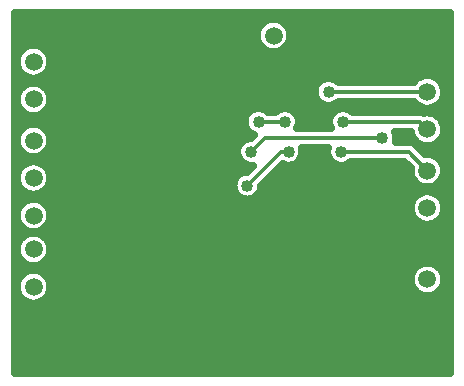
<source format=gbl>
G04 DipTrace 3.0.0.2*
G04 RGBI-AnalogRGB.GBL*
%MOMM*%
G04 #@! TF.FileFunction,Copper,L2,Bot*
G04 #@! TF.Part,Single*
G04 #@! TA.AperFunction,Conductor*
%ADD13C,0.33*%
G04 #@! TA.AperFunction,CopperBalancing*
%ADD14C,0.635*%
G04 #@! TA.AperFunction,ComponentPad*
%ADD16C,1.5*%
G04 #@! TA.AperFunction,ViaPad*
%ADD19C,1.016*%
%FSLAX35Y35*%
G04*
G71*
G90*
G75*
G01*
G04 Bottom*
%LPD*%
X2645313Y3801207D2*
D13*
Y2296063D1*
X2636917Y2287667D1*
X2524760Y2175510D1*
X2636917Y2287667D2*
X3843417D1*
X3858260Y2302510D1*
X3413760Y3255010D2*
X3191510D1*
X4238760Y3115560D2*
X3242560D1*
X3128010Y3001010D1*
X3445510D2*
X3382010D1*
X3096260Y2715260D1*
X3785147Y3509010D2*
X4620260D1*
X3906623Y3255010D2*
X4556760D1*
X4620260Y3191510D1*
X3891663Y3001010D2*
X4461510D1*
X4620260Y2842260D1*
D19*
X2645313Y3801207D3*
X2524760Y2175510D3*
X3858260Y2302510D3*
X3413760Y3255010D3*
X3191510D3*
X4238760Y3115560D3*
X3128010Y3001010D3*
X3445510D3*
X3096260Y2715260D3*
X3785147Y3509010D3*
X3906623Y3255010D3*
X3891663Y3001010D3*
X1134110Y4112593D2*
D14*
X3248597D1*
X3388423D2*
X4804410D1*
X1134110Y4049427D2*
X3185097D1*
X3451923D2*
X4804410D1*
X1134110Y3986260D2*
X3169843D1*
X3467177D2*
X4804410D1*
X1134110Y3923093D2*
X3184107D1*
X3452913D2*
X4804410D1*
X1134110Y3859927D2*
X1175917D1*
X1397103D2*
X3244753D1*
X3392267D2*
X4804410D1*
X1431083Y3796760D2*
X4804410D1*
X1432077Y3733593D2*
X4804410D1*
X1134110Y3670427D2*
X1172073D1*
X1400947D2*
X4804410D1*
X1134110Y3607260D2*
X3713190D1*
X3857107D2*
X4510910D1*
X4729610D2*
X4804410D1*
X1134110Y3544093D2*
X1177530D1*
X1395490D2*
X3666060D1*
X4764587D2*
X4804410D1*
X1430713Y3480927D2*
X3664077D1*
X4766073D2*
X4804410D1*
X1432450Y3417760D2*
X3703763D1*
X3866533D2*
X4504707D1*
X4735813D2*
X4804410D1*
X1134110Y3354593D2*
X1170710D1*
X1402310D2*
X3121597D1*
X3261423D2*
X3343847D1*
X3483673D2*
X3836717D1*
X3976540D2*
X4804410D1*
X1134110Y3291427D2*
X3072857D1*
X3532413D2*
X3787977D1*
X4728000D2*
X4804410D1*
X1134110Y3228260D2*
X1227017D1*
X1346003D2*
X3070127D1*
X3535143D2*
X3785247D1*
X4764090D2*
X4804410D1*
X1417440Y3165093D2*
X3108577D1*
X4352333D2*
X4474073D1*
X4766447D2*
X4804410D1*
X1435053Y3101927D2*
X3060330D1*
X4362377D2*
X4503343D1*
X4737177D2*
X4804410D1*
X1423023Y3038760D2*
X3009730D1*
X4548537D2*
X4804410D1*
X1134110Y2975593D2*
X1204693D1*
X1368327D2*
X3006257D1*
X3567263D2*
X3769993D1*
X4676407D2*
X4804410D1*
X1134110Y2912427D2*
X1231357D1*
X1341663D2*
X3043587D1*
X3529933D2*
X3807200D1*
X3976170D2*
X4425210D1*
X4750447D2*
X4804410D1*
X1416450Y2849260D2*
X3105473D1*
X3355060D2*
X4471717D1*
X4768803D2*
X4804410D1*
X1434930Y2786093D2*
X2995343D1*
X3291933D2*
X4483127D1*
X4757393D2*
X4804410D1*
X1423767Y2722927D2*
X2972027D1*
X3228803D2*
X4536333D1*
X4704187D2*
X4804410D1*
X1134110Y2659760D2*
X1202087D1*
X1370933D2*
X2985667D1*
X3206853D2*
X4568827D1*
X4671693D2*
X4804410D1*
X1134110Y2596593D2*
X1236193D1*
X1336827D2*
X4491063D1*
X4749457D2*
X4804410D1*
X1415457Y2533427D2*
X4471840D1*
X4768680D2*
X4804410D1*
X1434930Y2470260D2*
X4482507D1*
X4758013D2*
X4804410D1*
X1424510Y2407093D2*
X4533853D1*
X4706667D2*
X4804410D1*
X1134110Y2343927D2*
X1199607D1*
X1373413D2*
X4804410D1*
X1134110Y2280760D2*
X1184353D1*
X1388667D2*
X4804410D1*
X1428853Y2217593D2*
X4804410D1*
X1433563Y2154427D2*
X4804410D1*
X1407520Y2091260D2*
X4804410D1*
X1134110Y2028093D2*
X4519590D1*
X4720930D2*
X4804410D1*
X1134110Y1964927D2*
X1186213D1*
X1386807D2*
X4478413D1*
X4762107D2*
X4804410D1*
X1428230Y1901760D2*
X4472957D1*
X4767563D2*
X4804410D1*
X1433813Y1838593D2*
X4498257D1*
X4742263D2*
X4804410D1*
X1408760Y1775427D2*
X4804410D1*
X1134110Y1712260D2*
X4804410D1*
X1134110Y1649093D2*
X4804410D1*
X1134110Y1585927D2*
X4804410D1*
X1134110Y1522760D2*
X4804410D1*
X1134110Y1459593D2*
X4804410D1*
X1134110Y1396427D2*
X4804410D1*
X1134110Y1333260D2*
X4804410D1*
X1134110Y1270093D2*
X4804410D1*
X1134110Y1206927D2*
X4804410D1*
X1134110Y1143760D2*
X4804410D1*
X1428380Y3751843D2*
X1424887Y3729790D1*
X1417987Y3708550D1*
X1407850Y3688653D1*
X1394723Y3670587D1*
X1378933Y3654797D1*
X1360867Y3641670D1*
X1340970Y3631533D1*
X1319730Y3624633D1*
X1297677Y3621140D1*
X1275343D1*
X1253290Y3624633D1*
X1232050Y3631533D1*
X1212153Y3641670D1*
X1194087Y3654797D1*
X1178297Y3670587D1*
X1165170Y3688653D1*
X1155033Y3708550D1*
X1148133Y3729790D1*
X1144640Y3751843D1*
Y3774177D1*
X1148133Y3796230D1*
X1155033Y3817470D1*
X1165170Y3837367D1*
X1178297Y3855433D1*
X1194087Y3871223D1*
X1212153Y3884350D1*
X1232050Y3894487D1*
X1253290Y3901387D1*
X1275343Y3904880D1*
X1297677D1*
X1319730Y3901387D1*
X1340970Y3894487D1*
X1360867Y3884350D1*
X1378933Y3871223D1*
X1394723Y3855433D1*
X1407850Y3837367D1*
X1417987Y3817470D1*
X1424887Y3796230D1*
X1428380Y3774177D1*
Y3751843D1*
Y3434343D2*
X1424887Y3412290D1*
X1417987Y3391050D1*
X1407850Y3371153D1*
X1394723Y3353087D1*
X1378933Y3337297D1*
X1360867Y3324170D1*
X1340970Y3314033D1*
X1319730Y3307133D1*
X1297677Y3303640D1*
X1275343D1*
X1253290Y3307133D1*
X1232050Y3314033D1*
X1212153Y3324170D1*
X1194087Y3337297D1*
X1178297Y3353087D1*
X1165170Y3371153D1*
X1155033Y3391050D1*
X1148133Y3412290D1*
X1144640Y3434343D1*
Y3456677D1*
X1148133Y3478730D1*
X1155033Y3499970D1*
X1165170Y3519867D1*
X1178297Y3537933D1*
X1194087Y3553723D1*
X1212153Y3566850D1*
X1232050Y3576987D1*
X1253290Y3583887D1*
X1275343Y3587380D1*
X1297677D1*
X1319730Y3583887D1*
X1340970Y3576987D1*
X1360867Y3566850D1*
X1378933Y3553723D1*
X1394723Y3537933D1*
X1407850Y3519867D1*
X1417987Y3499970D1*
X1424887Y3478730D1*
X1428380Y3456677D1*
Y3434343D1*
Y3085093D2*
X1424887Y3063040D1*
X1417987Y3041800D1*
X1407850Y3021903D1*
X1394723Y3003837D1*
X1378933Y2988047D1*
X1360867Y2974920D1*
X1340970Y2964783D1*
X1319730Y2957883D1*
X1297677Y2954390D1*
X1275343D1*
X1253290Y2957883D1*
X1232050Y2964783D1*
X1212153Y2974920D1*
X1194087Y2988047D1*
X1178297Y3003837D1*
X1165170Y3021903D1*
X1155033Y3041800D1*
X1148133Y3063040D1*
X1144640Y3085093D1*
Y3107427D1*
X1148133Y3129480D1*
X1155033Y3150720D1*
X1165170Y3170617D1*
X1178297Y3188683D1*
X1194087Y3204473D1*
X1212153Y3217600D1*
X1232050Y3227737D1*
X1253290Y3234637D1*
X1275343Y3238130D1*
X1297677D1*
X1319730Y3234637D1*
X1340970Y3227737D1*
X1360867Y3217600D1*
X1378933Y3204473D1*
X1394723Y3188683D1*
X1407850Y3170617D1*
X1417987Y3150720D1*
X1424887Y3129480D1*
X1428380Y3107427D1*
Y3085093D1*
Y2767593D2*
X1424887Y2745540D1*
X1417987Y2724300D1*
X1407850Y2704403D1*
X1394723Y2686337D1*
X1378933Y2670547D1*
X1360867Y2657420D1*
X1340970Y2647283D1*
X1319730Y2640383D1*
X1297677Y2636890D1*
X1275343D1*
X1253290Y2640383D1*
X1232050Y2647283D1*
X1212153Y2657420D1*
X1194087Y2670547D1*
X1178297Y2686337D1*
X1165170Y2704403D1*
X1155033Y2724300D1*
X1148133Y2745540D1*
X1144640Y2767593D1*
Y2789927D1*
X1148133Y2811980D1*
X1155033Y2833220D1*
X1165170Y2853117D1*
X1178297Y2871183D1*
X1194087Y2886973D1*
X1212153Y2900100D1*
X1232050Y2910237D1*
X1253290Y2917137D1*
X1275343Y2920630D1*
X1297677D1*
X1319730Y2917137D1*
X1340970Y2910237D1*
X1360867Y2900100D1*
X1378933Y2886973D1*
X1394723Y2871183D1*
X1407850Y2853117D1*
X1417987Y2833220D1*
X1424887Y2811980D1*
X1428380Y2789927D1*
Y2767593D1*
Y2450093D2*
X1424887Y2428040D1*
X1417987Y2406800D1*
X1407850Y2386903D1*
X1394723Y2368837D1*
X1378933Y2353047D1*
X1360867Y2339920D1*
X1340970Y2329783D1*
X1319730Y2322883D1*
X1297677Y2319390D1*
X1275343D1*
X1253290Y2322883D1*
X1232050Y2329783D1*
X1212153Y2339920D1*
X1194087Y2353047D1*
X1178297Y2368837D1*
X1165170Y2386903D1*
X1155033Y2406800D1*
X1148133Y2428040D1*
X1144640Y2450093D1*
Y2472427D1*
X1148133Y2494480D1*
X1155033Y2515720D1*
X1165170Y2535617D1*
X1178297Y2553683D1*
X1194087Y2569473D1*
X1212153Y2582600D1*
X1232050Y2592737D1*
X1253290Y2599637D1*
X1275343Y2603130D1*
X1297677D1*
X1319730Y2599637D1*
X1340970Y2592737D1*
X1360867Y2582600D1*
X1378933Y2569473D1*
X1394723Y2553683D1*
X1407850Y2535617D1*
X1417987Y2515720D1*
X1424887Y2494480D1*
X1428380Y2472427D1*
Y2450093D1*
Y2164343D2*
X1424887Y2142290D1*
X1417987Y2121050D1*
X1407850Y2101153D1*
X1394723Y2083087D1*
X1378933Y2067297D1*
X1360867Y2054170D1*
X1340970Y2044033D1*
X1319730Y2037133D1*
X1297677Y2033640D1*
X1275343D1*
X1253290Y2037133D1*
X1232050Y2044033D1*
X1212153Y2054170D1*
X1194087Y2067297D1*
X1178297Y2083087D1*
X1165170Y2101153D1*
X1155033Y2121050D1*
X1148133Y2142290D1*
X1144640Y2164343D1*
Y2186677D1*
X1148133Y2208730D1*
X1155033Y2229970D1*
X1165170Y2249867D1*
X1178297Y2267933D1*
X1194087Y2283723D1*
X1212153Y2296850D1*
X1232050Y2306987D1*
X1253290Y2313887D1*
X1275343Y2317380D1*
X1297677D1*
X1319730Y2313887D1*
X1340970Y2306987D1*
X1360867Y2296850D1*
X1378933Y2283723D1*
X1394723Y2267933D1*
X1407850Y2249867D1*
X1417987Y2229970D1*
X1424887Y2208730D1*
X1428380Y2186677D1*
Y2164343D1*
Y1846843D2*
X1424887Y1824790D1*
X1417987Y1803550D1*
X1407850Y1783653D1*
X1394723Y1765587D1*
X1378933Y1749797D1*
X1360867Y1736670D1*
X1340970Y1726533D1*
X1319730Y1719633D1*
X1297677Y1716140D1*
X1275343D1*
X1253290Y1719633D1*
X1232050Y1726533D1*
X1212153Y1736670D1*
X1194087Y1749797D1*
X1178297Y1765587D1*
X1165170Y1783653D1*
X1155033Y1803550D1*
X1148133Y1824790D1*
X1144640Y1846843D1*
Y1869177D1*
X1148133Y1891230D1*
X1155033Y1912470D1*
X1165170Y1932367D1*
X1178297Y1950433D1*
X1194087Y1966223D1*
X1212153Y1979350D1*
X1232050Y1989487D1*
X1253290Y1996387D1*
X1275343Y1999880D1*
X1297677D1*
X1319730Y1996387D1*
X1340970Y1989487D1*
X1360867Y1979350D1*
X1378933Y1966223D1*
X1394723Y1950433D1*
X1407850Y1932367D1*
X1417987Y1912470D1*
X1424887Y1891230D1*
X1428380Y1869177D1*
Y1846843D1*
X4762130Y3497843D2*
X4758637Y3475790D1*
X4751737Y3454550D1*
X4741600Y3434653D1*
X4728473Y3416587D1*
X4712683Y3400797D1*
X4694617Y3387670D1*
X4674720Y3377533D1*
X4653480Y3370633D1*
X4631427Y3367140D1*
X4609093D1*
X4587040Y3370633D1*
X4565800Y3377533D1*
X4545903Y3387670D1*
X4527837Y3400797D1*
X4512047Y3416587D1*
X4505210Y3425260D1*
X3868307Y3425200D1*
X3854570Y3413457D1*
X3838767Y3403773D1*
X3821643Y3396680D1*
X3803623Y3392353D1*
X3785147Y3390900D1*
X3766670Y3392353D1*
X3748650Y3396680D1*
X3731527Y3403773D1*
X3715723Y3413457D1*
X3701630Y3425493D1*
X3689593Y3439587D1*
X3679910Y3455390D1*
X3672817Y3472513D1*
X3668490Y3490533D1*
X3667037Y3509010D1*
X3668490Y3527487D1*
X3672817Y3545507D1*
X3679910Y3562630D1*
X3689593Y3578433D1*
X3701630Y3592527D1*
X3715723Y3604563D1*
X3731527Y3614247D1*
X3748650Y3621340D1*
X3766670Y3625667D1*
X3785147Y3627120D1*
X3803623Y3625667D1*
X3821643Y3621340D1*
X3838767Y3614247D1*
X3854570Y3604563D1*
X3868370Y3592797D1*
X4505350Y3592820D1*
X4519630Y3609640D1*
X4536613Y3624140D1*
X4555653Y3635810D1*
X4576283Y3644353D1*
X4597997Y3649567D1*
X4620260Y3651320D1*
X4642523Y3649567D1*
X4664237Y3644353D1*
X4684867Y3635810D1*
X4703907Y3624140D1*
X4720890Y3609640D1*
X4735390Y3592657D1*
X4747060Y3573617D1*
X4755603Y3552987D1*
X4760817Y3531273D1*
X4762570Y3509010D1*
X4762130Y3497843D1*
Y3180343D2*
X4758637Y3158290D1*
X4751737Y3137050D1*
X4741600Y3117153D1*
X4728473Y3099087D1*
X4712683Y3083297D1*
X4694617Y3070170D1*
X4674720Y3060033D1*
X4653480Y3053133D1*
X4631427Y3049640D1*
X4609093D1*
X4587040Y3053133D1*
X4565800Y3060033D1*
X4545903Y3070170D1*
X4527837Y3083297D1*
X4512047Y3099087D1*
X4498920Y3117153D1*
X4488783Y3137050D1*
X4481883Y3158290D1*
X4479470Y3171200D1*
X4342820D1*
X4351090Y3152057D1*
X4355417Y3134037D1*
X4356870Y3115560D1*
X4355417Y3097083D1*
X4352713Y3084813D1*
X4468087Y3084563D1*
X4487410Y3080717D1*
X4505300Y3072470D1*
X4520773Y3060273D1*
X4521350Y3059650D1*
X4598210Y2982837D1*
X4620260Y2984570D1*
X4642523Y2982817D1*
X4664237Y2977603D1*
X4684867Y2969060D1*
X4703907Y2957390D1*
X4720890Y2942890D1*
X4735390Y2925907D1*
X4747060Y2906867D1*
X4755603Y2886237D1*
X4760817Y2864523D1*
X4762570Y2842260D1*
X4760817Y2819997D1*
X4755603Y2798283D1*
X4747060Y2777653D1*
X4735390Y2758613D1*
X4720890Y2741630D1*
X4703907Y2727130D1*
X4684867Y2715460D1*
X4664237Y2706917D1*
X4642523Y2701703D1*
X4620260Y2699950D1*
X4597997Y2701703D1*
X4576283Y2706917D1*
X4555653Y2715460D1*
X4536613Y2727130D1*
X4519630Y2741630D1*
X4505130Y2758613D1*
X4493460Y2777653D1*
X4484917Y2798283D1*
X4479703Y2819997D1*
X4477950Y2842260D1*
X4479687Y2864393D1*
X4426733Y2917263D1*
X3974967Y2917200D1*
X3961087Y2905457D1*
X3945283Y2895773D1*
X3928160Y2888680D1*
X3910140Y2884353D1*
X3891663Y2882900D1*
X3873187Y2884353D1*
X3855167Y2888680D1*
X3838043Y2895773D1*
X3822240Y2905457D1*
X3808147Y2917493D1*
X3796110Y2931587D1*
X3786427Y2947390D1*
X3779333Y2964513D1*
X3775007Y2982533D1*
X3773553Y3001010D1*
X3775007Y3019487D1*
X3777710Y3031757D1*
X3559483Y3031750D1*
X3563257Y3010277D1*
Y2991743D1*
X3560357Y2973437D1*
X3554630Y2955810D1*
X3546217Y2939297D1*
X3535320Y2924303D1*
X3522217Y2911200D1*
X3507223Y2900303D1*
X3490710Y2891890D1*
X3473083Y2886163D1*
X3454777Y2883263D1*
X3436243D1*
X3417937Y2886163D1*
X3400310Y2891890D1*
X3394160Y2894727D1*
X3214400Y2714873D1*
X3212917Y2696783D1*
X3208590Y2678763D1*
X3201497Y2661640D1*
X3191813Y2645837D1*
X3179777Y2631743D1*
X3165683Y2619707D1*
X3149880Y2610023D1*
X3132757Y2602930D1*
X3114737Y2598603D1*
X3096260Y2597150D1*
X3077783Y2598603D1*
X3059763Y2602930D1*
X3042640Y2610023D1*
X3026837Y2619707D1*
X3012743Y2631743D1*
X3000707Y2645837D1*
X2991023Y2661640D1*
X2983930Y2678763D1*
X2979603Y2696783D1*
X2978150Y2715260D1*
X2979603Y2733737D1*
X2983930Y2751757D1*
X2991023Y2768880D1*
X3000707Y2784683D1*
X3012743Y2798777D1*
X3026837Y2810813D1*
X3042640Y2820497D1*
X3059763Y2827590D1*
X3077783Y2831917D1*
X3095863Y2833353D1*
X3146487Y2884353D1*
X3128010Y2882900D1*
X3109533Y2884353D1*
X3091513Y2888680D1*
X3074390Y2895773D1*
X3058587Y2905457D1*
X3044493Y2917493D1*
X3032457Y2931587D1*
X3022773Y2947390D1*
X3015680Y2964513D1*
X3011353Y2982533D1*
X3009900Y3001010D1*
X3011353Y3019487D1*
X3015680Y3037507D1*
X3022773Y3054630D1*
X3032457Y3070433D1*
X3044493Y3084527D1*
X3058587Y3096563D1*
X3074390Y3106247D1*
X3091513Y3113340D1*
X3109533Y3117667D1*
X3127613Y3119103D1*
X3152147Y3143673D1*
X3137890Y3149773D1*
X3122087Y3159457D1*
X3107993Y3171493D1*
X3095957Y3185587D1*
X3086273Y3201390D1*
X3079180Y3218513D1*
X3074853Y3236533D1*
X3073400Y3255010D1*
X3074853Y3273487D1*
X3079180Y3291507D1*
X3086273Y3308630D1*
X3095957Y3324433D1*
X3107993Y3338527D1*
X3122087Y3350563D1*
X3137890Y3360247D1*
X3155013Y3367340D1*
X3173033Y3371667D1*
X3191510Y3373120D1*
X3209987Y3371667D1*
X3228007Y3367340D1*
X3245130Y3360247D1*
X3260933Y3350563D1*
X3274733Y3338797D1*
X3330540Y3338820D1*
X3344337Y3350563D1*
X3360140Y3360247D1*
X3377263Y3367340D1*
X3395283Y3371667D1*
X3413760Y3373120D1*
X3432237Y3371667D1*
X3450257Y3367340D1*
X3467380Y3360247D1*
X3483183Y3350563D1*
X3497277Y3338527D1*
X3509313Y3324433D1*
X3518997Y3308630D1*
X3526090Y3291507D1*
X3530417Y3273487D1*
X3531870Y3255010D1*
X3530417Y3236533D1*
X3526090Y3218513D1*
X3517847Y3199333D1*
X3802527Y3199370D1*
X3794293Y3218513D1*
X3789967Y3236533D1*
X3788513Y3255010D1*
X3789967Y3273487D1*
X3794293Y3291507D1*
X3801387Y3308630D1*
X3811070Y3324433D1*
X3823107Y3338527D1*
X3837200Y3350563D1*
X3853003Y3360247D1*
X3870127Y3367340D1*
X3888147Y3371667D1*
X3906623Y3373120D1*
X3925100Y3371667D1*
X3943120Y3367340D1*
X3960243Y3360247D1*
X3976047Y3350563D1*
X3989847Y3338797D1*
X4563337Y3338563D1*
X4582660Y3334717D1*
X4589743Y3332020D1*
X4620260Y3333820D1*
X4642523Y3332067D1*
X4664237Y3326853D1*
X4684867Y3318310D1*
X4703907Y3306640D1*
X4720890Y3292140D1*
X4735390Y3275157D1*
X4747060Y3256117D1*
X4755603Y3235487D1*
X4760817Y3213773D1*
X4762570Y3191510D1*
X4762130Y3180343D1*
Y2513593D2*
X4758637Y2491540D1*
X4751737Y2470300D1*
X4741600Y2450403D1*
X4728473Y2432337D1*
X4712683Y2416547D1*
X4694617Y2403420D1*
X4674720Y2393283D1*
X4653480Y2386383D1*
X4631427Y2382890D1*
X4609093D1*
X4587040Y2386383D1*
X4565800Y2393283D1*
X4545903Y2403420D1*
X4527837Y2416547D1*
X4512047Y2432337D1*
X4498920Y2450403D1*
X4488783Y2470300D1*
X4481883Y2491540D1*
X4478390Y2513593D1*
Y2535927D1*
X4481883Y2557980D1*
X4488783Y2579220D1*
X4498920Y2599117D1*
X4512047Y2617183D1*
X4527837Y2632973D1*
X4545903Y2646100D1*
X4565800Y2656237D1*
X4587040Y2663137D1*
X4609093Y2666630D1*
X4631427D1*
X4653480Y2663137D1*
X4674720Y2656237D1*
X4694617Y2646100D1*
X4712683Y2632973D1*
X4728473Y2617183D1*
X4741600Y2599117D1*
X4751737Y2579220D1*
X4758637Y2557980D1*
X4762130Y2535927D1*
Y2513593D1*
Y1910343D2*
X4758637Y1888290D1*
X4751737Y1867050D1*
X4741600Y1847153D1*
X4728473Y1829087D1*
X4712683Y1813297D1*
X4694617Y1800170D1*
X4674720Y1790033D1*
X4653480Y1783133D1*
X4631427Y1779640D1*
X4609093D1*
X4587040Y1783133D1*
X4565800Y1790033D1*
X4545903Y1800170D1*
X4527837Y1813297D1*
X4512047Y1829087D1*
X4498920Y1847153D1*
X4488783Y1867050D1*
X4481883Y1888290D1*
X4478390Y1910343D1*
Y1932677D1*
X4481883Y1954730D1*
X4488783Y1975970D1*
X4498920Y1995867D1*
X4512047Y2013933D1*
X4527837Y2029723D1*
X4545903Y2042850D1*
X4565800Y2052987D1*
X4587040Y2059887D1*
X4609093Y2063380D1*
X4631427D1*
X4653480Y2059887D1*
X4674720Y2052987D1*
X4694617Y2042850D1*
X4712683Y2029723D1*
X4728473Y2013933D1*
X4741600Y1995867D1*
X4751737Y1975970D1*
X4758637Y1954730D1*
X4762130Y1932677D1*
Y1910343D1*
X3460380Y3974093D2*
X3456887Y3952040D1*
X3449987Y3930800D1*
X3439850Y3910903D1*
X3426723Y3892837D1*
X3410933Y3877047D1*
X3392867Y3863920D1*
X3372970Y3853783D1*
X3351730Y3846883D1*
X3329677Y3843390D1*
X3307343D1*
X3285290Y3846883D1*
X3264050Y3853783D1*
X3244153Y3863920D1*
X3226087Y3877047D1*
X3210297Y3892837D1*
X3197170Y3910903D1*
X3187033Y3930800D1*
X3180133Y3952040D1*
X3176640Y3974093D1*
Y3996427D1*
X3180133Y4018480D1*
X3187033Y4039720D1*
X3197170Y4059617D1*
X3210297Y4077683D1*
X3226087Y4093473D1*
X3244153Y4106600D1*
X3264050Y4116737D1*
X3285290Y4123637D1*
X3307343Y4127130D1*
X3329677D1*
X3351730Y4123637D1*
X3372970Y4116737D1*
X3392867Y4106600D1*
X3410933Y4093473D1*
X3426723Y4077683D1*
X3439850Y4059617D1*
X3449987Y4039720D1*
X3456887Y4018480D1*
X3460380Y3996427D1*
Y3974093D1*
X4779010Y4175760D2*
X1127760D1*
Y1127760D1*
X4810760D1*
Y4175760D1*
X4779010D1*
D16*
X1286510Y3763010D3*
Y3445510D3*
Y3096260D3*
Y2778760D3*
Y2461260D3*
Y2175510D3*
Y1858010D3*
X4620260Y3509010D3*
Y3191510D3*
Y2842260D3*
Y2524760D3*
Y1921510D3*
X3318510Y3985260D3*
X4302760D3*
M02*

</source>
